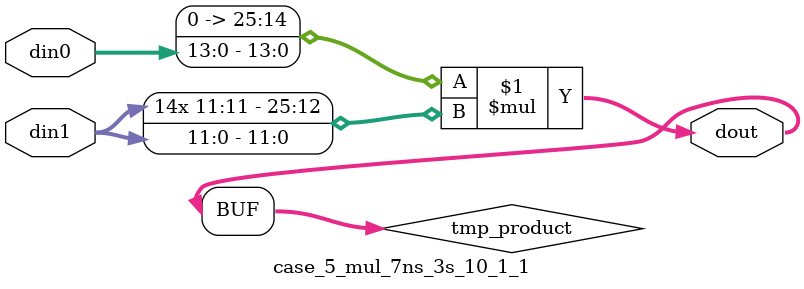
<source format=v>

`timescale 1 ns / 1 ps

 (* use_dsp = "no" *)  module case_5_mul_7ns_3s_10_1_1(din0, din1, dout);
parameter ID = 1;
parameter NUM_STAGE = 0;
parameter din0_WIDTH = 14;
parameter din1_WIDTH = 12;
parameter dout_WIDTH = 26;

input [din0_WIDTH - 1 : 0] din0; 
input [din1_WIDTH - 1 : 0] din1; 
output [dout_WIDTH - 1 : 0] dout;

wire signed [dout_WIDTH - 1 : 0] tmp_product;

























assign tmp_product = $signed({1'b0, din0}) * $signed(din1);










assign dout = tmp_product;





















endmodule

</source>
